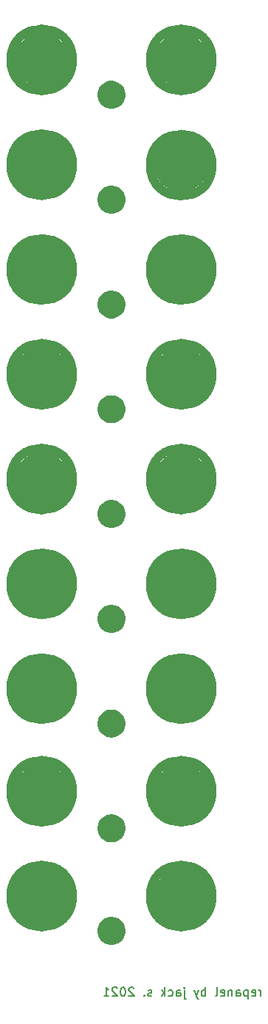
<source format=gbr>
G04 #@! TF.GenerationSoftware,KiCad,Pcbnew,(5.1.5-0)*
G04 #@! TF.CreationDate,2021-01-08T11:54:28-08:00*
G04 #@! TF.ProjectId,dividebyn,64697669-6465-4627-996e-2e6b69636164,rev?*
G04 #@! TF.SameCoordinates,Original*
G04 #@! TF.FileFunction,Soldermask,Bot*
G04 #@! TF.FilePolarity,Negative*
%FSLAX46Y46*%
G04 Gerber Fmt 4.6, Leading zero omitted, Abs format (unit mm)*
G04 Created by KiCad (PCBNEW (5.1.5-0)) date 2021-01-08 11:54:28*
%MOMM*%
%LPD*%
G04 APERTURE LIST*
%ADD10C,0.150000*%
%ADD11C,1.000000*%
%ADD12C,0.100000*%
G04 APERTURE END LIST*
D10*
X37426190Y-220952380D02*
X37426190Y-220285714D01*
X37426190Y-220476190D02*
X37378571Y-220380952D01*
X37330952Y-220333333D01*
X37235714Y-220285714D01*
X37140476Y-220285714D01*
X36426190Y-220904761D02*
X36521428Y-220952380D01*
X36711904Y-220952380D01*
X36807142Y-220904761D01*
X36854761Y-220809523D01*
X36854761Y-220428571D01*
X36807142Y-220333333D01*
X36711904Y-220285714D01*
X36521428Y-220285714D01*
X36426190Y-220333333D01*
X36378571Y-220428571D01*
X36378571Y-220523809D01*
X36854761Y-220619047D01*
X35950000Y-220285714D02*
X35950000Y-221285714D01*
X35950000Y-220333333D02*
X35854761Y-220285714D01*
X35664285Y-220285714D01*
X35569047Y-220333333D01*
X35521428Y-220380952D01*
X35473809Y-220476190D01*
X35473809Y-220761904D01*
X35521428Y-220857142D01*
X35569047Y-220904761D01*
X35664285Y-220952380D01*
X35854761Y-220952380D01*
X35950000Y-220904761D01*
X34616666Y-220952380D02*
X34616666Y-220428571D01*
X34664285Y-220333333D01*
X34759523Y-220285714D01*
X34950000Y-220285714D01*
X35045238Y-220333333D01*
X34616666Y-220904761D02*
X34711904Y-220952380D01*
X34950000Y-220952380D01*
X35045238Y-220904761D01*
X35092857Y-220809523D01*
X35092857Y-220714285D01*
X35045238Y-220619047D01*
X34950000Y-220571428D01*
X34711904Y-220571428D01*
X34616666Y-220523809D01*
X34140476Y-220285714D02*
X34140476Y-220952380D01*
X34140476Y-220380952D02*
X34092857Y-220333333D01*
X33997619Y-220285714D01*
X33854761Y-220285714D01*
X33759523Y-220333333D01*
X33711904Y-220428571D01*
X33711904Y-220952380D01*
X32854761Y-220904761D02*
X32949999Y-220952380D01*
X33140476Y-220952380D01*
X33235714Y-220904761D01*
X33283333Y-220809523D01*
X33283333Y-220428571D01*
X33235714Y-220333333D01*
X33140476Y-220285714D01*
X32949999Y-220285714D01*
X32854761Y-220333333D01*
X32807142Y-220428571D01*
X32807142Y-220523809D01*
X33283333Y-220619047D01*
X32235714Y-220952380D02*
X32330952Y-220904761D01*
X32378571Y-220809523D01*
X32378571Y-219952380D01*
X31092857Y-220952380D02*
X31092857Y-219952380D01*
X31092857Y-220333333D02*
X30997619Y-220285714D01*
X30807142Y-220285714D01*
X30711904Y-220333333D01*
X30664285Y-220380952D01*
X30616666Y-220476190D01*
X30616666Y-220761904D01*
X30664285Y-220857142D01*
X30711904Y-220904761D01*
X30807142Y-220952380D01*
X30997619Y-220952380D01*
X31092857Y-220904761D01*
X30283333Y-220285714D02*
X30045238Y-220952380D01*
X29807142Y-220285714D02*
X30045238Y-220952380D01*
X30140476Y-221190476D01*
X30188095Y-221238095D01*
X30283333Y-221285714D01*
X28664285Y-220285714D02*
X28664285Y-221142857D01*
X28711904Y-221238095D01*
X28807142Y-221285714D01*
X28854761Y-221285714D01*
X28664285Y-219952380D02*
X28711904Y-220000000D01*
X28664285Y-220047619D01*
X28616666Y-220000000D01*
X28664285Y-219952380D01*
X28664285Y-220047619D01*
X27759523Y-220952380D02*
X27759523Y-220428571D01*
X27807142Y-220333333D01*
X27902380Y-220285714D01*
X28092857Y-220285714D01*
X28188095Y-220333333D01*
X27759523Y-220904761D02*
X27854761Y-220952380D01*
X28092857Y-220952380D01*
X28188095Y-220904761D01*
X28235714Y-220809523D01*
X28235714Y-220714285D01*
X28188095Y-220619047D01*
X28092857Y-220571428D01*
X27854761Y-220571428D01*
X27759523Y-220523809D01*
X26854761Y-220904761D02*
X26950000Y-220952380D01*
X27140476Y-220952380D01*
X27235714Y-220904761D01*
X27283333Y-220857142D01*
X27330952Y-220761904D01*
X27330952Y-220476190D01*
X27283333Y-220380952D01*
X27235714Y-220333333D01*
X27140476Y-220285714D01*
X26950000Y-220285714D01*
X26854761Y-220333333D01*
X26426190Y-220952380D02*
X26426190Y-219952380D01*
X26330952Y-220571428D02*
X26045238Y-220952380D01*
X26045238Y-220285714D02*
X26426190Y-220666666D01*
X24902380Y-220904761D02*
X24807142Y-220952380D01*
X24616666Y-220952380D01*
X24521428Y-220904761D01*
X24473809Y-220809523D01*
X24473809Y-220761904D01*
X24521428Y-220666666D01*
X24616666Y-220619047D01*
X24759523Y-220619047D01*
X24854761Y-220571428D01*
X24902380Y-220476190D01*
X24902380Y-220428571D01*
X24854761Y-220333333D01*
X24759523Y-220285714D01*
X24616666Y-220285714D01*
X24521428Y-220333333D01*
X24045238Y-220857142D02*
X23997619Y-220904761D01*
X24045238Y-220952380D01*
X24092857Y-220904761D01*
X24045238Y-220857142D01*
X24045238Y-220952380D01*
X22854761Y-220047619D02*
X22807142Y-220000000D01*
X22711904Y-219952380D01*
X22473809Y-219952380D01*
X22378571Y-220000000D01*
X22330952Y-220047619D01*
X22283333Y-220142857D01*
X22283333Y-220238095D01*
X22330952Y-220380952D01*
X22902380Y-220952380D01*
X22283333Y-220952380D01*
X21664285Y-219952380D02*
X21569047Y-219952380D01*
X21473809Y-220000000D01*
X21426190Y-220047619D01*
X21378571Y-220142857D01*
X21330952Y-220333333D01*
X21330952Y-220571428D01*
X21378571Y-220761904D01*
X21426190Y-220857142D01*
X21473809Y-220904761D01*
X21569047Y-220952380D01*
X21664285Y-220952380D01*
X21759523Y-220904761D01*
X21807142Y-220857142D01*
X21854761Y-220761904D01*
X21902380Y-220571428D01*
X21902380Y-220333333D01*
X21854761Y-220142857D01*
X21807142Y-220047619D01*
X21759523Y-220000000D01*
X21664285Y-219952380D01*
X20950000Y-220047619D02*
X20902380Y-220000000D01*
X20807142Y-219952380D01*
X20569047Y-219952380D01*
X20473809Y-220000000D01*
X20426190Y-220047619D01*
X20378571Y-220142857D01*
X20378571Y-220238095D01*
X20426190Y-220380952D01*
X20997619Y-220952380D01*
X20378571Y-220952380D01*
X19426190Y-220952380D02*
X19997619Y-220952380D01*
X19711904Y-220952380D02*
X19711904Y-219952380D01*
X19807142Y-220095238D01*
X19902380Y-220190476D01*
X19997619Y-220238095D01*
D11*
X15850000Y-209500000D02*
G75*
G03X15850000Y-209500000I-3550000J0D01*
G01*
X31850000Y-209500000D02*
G75*
G03X31850000Y-209500000I-3550000J0D01*
G01*
X15850000Y-197500000D02*
G75*
G03X15850000Y-197500000I-3550000J0D01*
G01*
X31850000Y-197500000D02*
G75*
G03X31850000Y-197500000I-3550000J0D01*
G01*
X31850000Y-185750000D02*
G75*
G03X31850000Y-185750000I-3550000J0D01*
G01*
X15850000Y-185750000D02*
G75*
G03X15850000Y-185750000I-3550000J0D01*
G01*
X31850000Y-173750000D02*
G75*
G03X31850000Y-173750000I-3550000J0D01*
G01*
X15850000Y-173750000D02*
G75*
G03X15850000Y-173750000I-3550000J0D01*
G01*
X15850000Y-161750000D02*
G75*
G03X15850000Y-161750000I-3550000J0D01*
G01*
X31850000Y-161750000D02*
G75*
G03X31850000Y-161750000I-3550000J0D01*
G01*
X31850000Y-149750000D02*
G75*
G03X31850000Y-149750000I-3550000J0D01*
G01*
X15850000Y-149750000D02*
G75*
G03X15850000Y-149750000I-3550000J0D01*
G01*
X15850000Y-137750000D02*
G75*
G03X15850000Y-137750000I-3550000J0D01*
G01*
X31850000Y-125800000D02*
G75*
G03X31850000Y-125800000I-3550000J0D01*
G01*
X15850000Y-125750000D02*
G75*
G03X15850000Y-125750000I-3550000J0D01*
G01*
X31850000Y-113750000D02*
G75*
G03X31850000Y-113750000I-3550000J0D01*
G01*
X31850000Y-137750000D02*
G75*
G03X31850000Y-137750000I-3550000J0D01*
G01*
X15850000Y-113750000D02*
G75*
G03X15850000Y-113750000I-3550000J0D01*
G01*
D12*
G36*
X20496217Y-211906665D02*
G01*
X20766995Y-211960525D01*
X21058358Y-212081212D01*
X21320578Y-212256422D01*
X21543578Y-212479422D01*
X21718788Y-212741642D01*
X21839475Y-213033005D01*
X21901000Y-213342315D01*
X21901000Y-213657685D01*
X21839475Y-213966995D01*
X21718788Y-214258358D01*
X21543578Y-214520578D01*
X21320578Y-214743578D01*
X21058358Y-214918788D01*
X20766995Y-215039475D01*
X20496217Y-215093335D01*
X20457686Y-215101000D01*
X20142314Y-215101000D01*
X20103783Y-215093335D01*
X19833005Y-215039475D01*
X19541642Y-214918788D01*
X19279422Y-214743578D01*
X19056422Y-214520578D01*
X18881212Y-214258358D01*
X18760525Y-213966995D01*
X18699000Y-213657685D01*
X18699000Y-213342315D01*
X18760525Y-213033005D01*
X18881212Y-212741642D01*
X19056422Y-212479422D01*
X19279422Y-212256422D01*
X19541642Y-212081212D01*
X19833005Y-211960525D01*
X20103783Y-211906665D01*
X20142314Y-211899000D01*
X20457686Y-211899000D01*
X20496217Y-211906665D01*
G37*
G36*
X12904975Y-206458585D02*
G01*
X13204528Y-206518170D01*
X13768874Y-206751930D01*
X14276772Y-207091296D01*
X14708704Y-207523228D01*
X15048070Y-208031126D01*
X15281830Y-208595472D01*
X15401000Y-209194578D01*
X15401000Y-209805422D01*
X15281830Y-210404528D01*
X15048070Y-210968874D01*
X14708704Y-211476772D01*
X14276772Y-211908704D01*
X13768874Y-212248070D01*
X13204528Y-212481830D01*
X12904975Y-212541415D01*
X12605423Y-212601000D01*
X11994577Y-212601000D01*
X11695025Y-212541415D01*
X11395472Y-212481830D01*
X10831126Y-212248070D01*
X10323228Y-211908704D01*
X9891296Y-211476772D01*
X9551930Y-210968874D01*
X9318170Y-210404528D01*
X9199000Y-209805422D01*
X9199000Y-209194578D01*
X9318170Y-208595472D01*
X9551930Y-208031126D01*
X9891296Y-207523228D01*
X10323228Y-207091296D01*
X10831126Y-206751930D01*
X11395472Y-206518170D01*
X11695025Y-206458585D01*
X11994577Y-206399000D01*
X12605423Y-206399000D01*
X12904975Y-206458585D01*
G37*
G36*
X28904975Y-206458585D02*
G01*
X29204528Y-206518170D01*
X29768874Y-206751930D01*
X30276772Y-207091296D01*
X30708704Y-207523228D01*
X31048070Y-208031126D01*
X31281830Y-208595472D01*
X31401000Y-209194578D01*
X31401000Y-209805422D01*
X31281830Y-210404528D01*
X31048070Y-210968874D01*
X30708704Y-211476772D01*
X30276772Y-211908704D01*
X29768874Y-212248070D01*
X29204528Y-212481830D01*
X28904975Y-212541415D01*
X28605423Y-212601000D01*
X27994577Y-212601000D01*
X27695025Y-212541415D01*
X27395472Y-212481830D01*
X26831126Y-212248070D01*
X26323228Y-211908704D01*
X25891296Y-211476772D01*
X25551930Y-210968874D01*
X25318170Y-210404528D01*
X25199000Y-209805422D01*
X25199000Y-209194578D01*
X25318170Y-208595472D01*
X25551930Y-208031126D01*
X25891296Y-207523228D01*
X26323228Y-207091296D01*
X26831126Y-206751930D01*
X27395472Y-206518170D01*
X27695025Y-206458585D01*
X27994577Y-206399000D01*
X28605423Y-206399000D01*
X28904975Y-206458585D01*
G37*
G36*
X20496217Y-200156665D02*
G01*
X20766995Y-200210525D01*
X21058358Y-200331212D01*
X21320578Y-200506422D01*
X21543578Y-200729422D01*
X21718788Y-200991642D01*
X21839475Y-201283005D01*
X21901000Y-201592315D01*
X21901000Y-201907685D01*
X21839475Y-202216995D01*
X21718788Y-202508358D01*
X21543578Y-202770578D01*
X21320578Y-202993578D01*
X21058358Y-203168788D01*
X20766995Y-203289475D01*
X20496217Y-203343335D01*
X20457686Y-203351000D01*
X20142314Y-203351000D01*
X20103783Y-203343335D01*
X19833005Y-203289475D01*
X19541642Y-203168788D01*
X19279422Y-202993578D01*
X19056422Y-202770578D01*
X18881212Y-202508358D01*
X18760525Y-202216995D01*
X18699000Y-201907685D01*
X18699000Y-201592315D01*
X18760525Y-201283005D01*
X18881212Y-200991642D01*
X19056422Y-200729422D01*
X19279422Y-200506422D01*
X19541642Y-200331212D01*
X19833005Y-200210525D01*
X20103783Y-200156665D01*
X20142314Y-200149000D01*
X20457686Y-200149000D01*
X20496217Y-200156665D01*
G37*
G36*
X28904975Y-194458585D02*
G01*
X29204528Y-194518170D01*
X29768874Y-194751930D01*
X30276772Y-195091296D01*
X30708704Y-195523228D01*
X31048070Y-196031126D01*
X31281830Y-196595472D01*
X31401000Y-197194578D01*
X31401000Y-197805422D01*
X31281830Y-198404528D01*
X31048070Y-198968874D01*
X30708704Y-199476772D01*
X30276772Y-199908704D01*
X29768874Y-200248070D01*
X29204528Y-200481830D01*
X29080896Y-200506422D01*
X28605423Y-200601000D01*
X27994577Y-200601000D01*
X27519104Y-200506422D01*
X27395472Y-200481830D01*
X26831126Y-200248070D01*
X26323228Y-199908704D01*
X25891296Y-199476772D01*
X25551930Y-198968874D01*
X25318170Y-198404528D01*
X25199000Y-197805422D01*
X25199000Y-197194578D01*
X25318170Y-196595472D01*
X25551930Y-196031126D01*
X25891296Y-195523228D01*
X26323228Y-195091296D01*
X26831126Y-194751930D01*
X27395472Y-194518170D01*
X27695025Y-194458585D01*
X27994577Y-194399000D01*
X28605423Y-194399000D01*
X28904975Y-194458585D01*
G37*
G36*
X12904975Y-194458585D02*
G01*
X13204528Y-194518170D01*
X13768874Y-194751930D01*
X14276772Y-195091296D01*
X14708704Y-195523228D01*
X15048070Y-196031126D01*
X15281830Y-196595472D01*
X15401000Y-197194578D01*
X15401000Y-197805422D01*
X15281830Y-198404528D01*
X15048070Y-198968874D01*
X14708704Y-199476772D01*
X14276772Y-199908704D01*
X13768874Y-200248070D01*
X13204528Y-200481830D01*
X13080896Y-200506422D01*
X12605423Y-200601000D01*
X11994577Y-200601000D01*
X11519104Y-200506422D01*
X11395472Y-200481830D01*
X10831126Y-200248070D01*
X10323228Y-199908704D01*
X9891296Y-199476772D01*
X9551930Y-198968874D01*
X9318170Y-198404528D01*
X9199000Y-197805422D01*
X9199000Y-197194578D01*
X9318170Y-196595472D01*
X9551930Y-196031126D01*
X9891296Y-195523228D01*
X10323228Y-195091296D01*
X10831126Y-194751930D01*
X11395472Y-194518170D01*
X11695025Y-194458585D01*
X11994577Y-194399000D01*
X12605423Y-194399000D01*
X12904975Y-194458585D01*
G37*
G36*
X20496217Y-188156665D02*
G01*
X20766995Y-188210525D01*
X21058358Y-188331212D01*
X21320578Y-188506422D01*
X21543578Y-188729422D01*
X21718788Y-188991642D01*
X21839475Y-189283005D01*
X21901000Y-189592315D01*
X21901000Y-189907685D01*
X21839475Y-190216995D01*
X21718788Y-190508358D01*
X21543578Y-190770578D01*
X21320578Y-190993578D01*
X21058358Y-191168788D01*
X20766995Y-191289475D01*
X20496217Y-191343335D01*
X20457686Y-191351000D01*
X20142314Y-191351000D01*
X20103783Y-191343335D01*
X19833005Y-191289475D01*
X19541642Y-191168788D01*
X19279422Y-190993578D01*
X19056422Y-190770578D01*
X18881212Y-190508358D01*
X18760525Y-190216995D01*
X18699000Y-189907685D01*
X18699000Y-189592315D01*
X18760525Y-189283005D01*
X18881212Y-188991642D01*
X19056422Y-188729422D01*
X19279422Y-188506422D01*
X19541642Y-188331212D01*
X19833005Y-188210525D01*
X20103783Y-188156665D01*
X20142314Y-188149000D01*
X20457686Y-188149000D01*
X20496217Y-188156665D01*
G37*
G36*
X28904975Y-182708585D02*
G01*
X29204528Y-182768170D01*
X29768874Y-183001930D01*
X30276772Y-183341296D01*
X30708704Y-183773228D01*
X31048070Y-184281126D01*
X31281830Y-184845472D01*
X31401000Y-185444578D01*
X31401000Y-186055422D01*
X31281830Y-186654528D01*
X31048070Y-187218874D01*
X30708704Y-187726772D01*
X30276772Y-188158704D01*
X29768874Y-188498070D01*
X29204528Y-188731830D01*
X28904975Y-188791415D01*
X28605423Y-188851000D01*
X27994577Y-188851000D01*
X27695025Y-188791415D01*
X27395472Y-188731830D01*
X26831126Y-188498070D01*
X26323228Y-188158704D01*
X25891296Y-187726772D01*
X25551930Y-187218874D01*
X25318170Y-186654528D01*
X25199000Y-186055422D01*
X25199000Y-185444578D01*
X25318170Y-184845472D01*
X25551930Y-184281126D01*
X25891296Y-183773228D01*
X26323228Y-183341296D01*
X26831126Y-183001930D01*
X27395472Y-182768170D01*
X27695025Y-182708585D01*
X27994577Y-182649000D01*
X28605423Y-182649000D01*
X28904975Y-182708585D01*
G37*
G36*
X12904975Y-182708585D02*
G01*
X13204528Y-182768170D01*
X13768874Y-183001930D01*
X14276772Y-183341296D01*
X14708704Y-183773228D01*
X15048070Y-184281126D01*
X15281830Y-184845472D01*
X15401000Y-185444578D01*
X15401000Y-186055422D01*
X15281830Y-186654528D01*
X15048070Y-187218874D01*
X14708704Y-187726772D01*
X14276772Y-188158704D01*
X13768874Y-188498070D01*
X13204528Y-188731830D01*
X12904975Y-188791415D01*
X12605423Y-188851000D01*
X11994577Y-188851000D01*
X11695025Y-188791415D01*
X11395472Y-188731830D01*
X10831126Y-188498070D01*
X10323228Y-188158704D01*
X9891296Y-187726772D01*
X9551930Y-187218874D01*
X9318170Y-186654528D01*
X9199000Y-186055422D01*
X9199000Y-185444578D01*
X9318170Y-184845472D01*
X9551930Y-184281126D01*
X9891296Y-183773228D01*
X10323228Y-183341296D01*
X10831126Y-183001930D01*
X11395472Y-182768170D01*
X11695025Y-182708585D01*
X11994577Y-182649000D01*
X12605423Y-182649000D01*
X12904975Y-182708585D01*
G37*
G36*
X20496217Y-176156665D02*
G01*
X20766995Y-176210525D01*
X21058358Y-176331212D01*
X21320578Y-176506422D01*
X21543578Y-176729422D01*
X21718788Y-176991642D01*
X21839475Y-177283005D01*
X21901000Y-177592315D01*
X21901000Y-177907685D01*
X21839475Y-178216995D01*
X21718788Y-178508358D01*
X21543578Y-178770578D01*
X21320578Y-178993578D01*
X21058358Y-179168788D01*
X20766995Y-179289475D01*
X20496217Y-179343335D01*
X20457686Y-179351000D01*
X20142314Y-179351000D01*
X20103783Y-179343335D01*
X19833005Y-179289475D01*
X19541642Y-179168788D01*
X19279422Y-178993578D01*
X19056422Y-178770578D01*
X18881212Y-178508358D01*
X18760525Y-178216995D01*
X18699000Y-177907685D01*
X18699000Y-177592315D01*
X18760525Y-177283005D01*
X18881212Y-176991642D01*
X19056422Y-176729422D01*
X19279422Y-176506422D01*
X19541642Y-176331212D01*
X19833005Y-176210525D01*
X20103783Y-176156665D01*
X20142314Y-176149000D01*
X20457686Y-176149000D01*
X20496217Y-176156665D01*
G37*
G36*
X28904975Y-170708585D02*
G01*
X29204528Y-170768170D01*
X29768874Y-171001930D01*
X30276772Y-171341296D01*
X30708704Y-171773228D01*
X31048070Y-172281126D01*
X31281830Y-172845472D01*
X31401000Y-173444578D01*
X31401000Y-174055422D01*
X31281830Y-174654528D01*
X31048070Y-175218874D01*
X30708704Y-175726772D01*
X30276772Y-176158704D01*
X29768874Y-176498070D01*
X29204528Y-176731830D01*
X28904975Y-176791415D01*
X28605423Y-176851000D01*
X27994577Y-176851000D01*
X27695025Y-176791415D01*
X27395472Y-176731830D01*
X26831126Y-176498070D01*
X26323228Y-176158704D01*
X25891296Y-175726772D01*
X25551930Y-175218874D01*
X25318170Y-174654528D01*
X25199000Y-174055422D01*
X25199000Y-173444578D01*
X25318170Y-172845472D01*
X25551930Y-172281126D01*
X25891296Y-171773228D01*
X26323228Y-171341296D01*
X26831126Y-171001930D01*
X27395472Y-170768170D01*
X27695025Y-170708585D01*
X27994577Y-170649000D01*
X28605423Y-170649000D01*
X28904975Y-170708585D01*
G37*
G36*
X12904975Y-170708585D02*
G01*
X13204528Y-170768170D01*
X13768874Y-171001930D01*
X14276772Y-171341296D01*
X14708704Y-171773228D01*
X15048070Y-172281126D01*
X15281830Y-172845472D01*
X15401000Y-173444578D01*
X15401000Y-174055422D01*
X15281830Y-174654528D01*
X15048070Y-175218874D01*
X14708704Y-175726772D01*
X14276772Y-176158704D01*
X13768874Y-176498070D01*
X13204528Y-176731830D01*
X12904975Y-176791415D01*
X12605423Y-176851000D01*
X11994577Y-176851000D01*
X11695025Y-176791415D01*
X11395472Y-176731830D01*
X10831126Y-176498070D01*
X10323228Y-176158704D01*
X9891296Y-175726772D01*
X9551930Y-175218874D01*
X9318170Y-174654528D01*
X9199000Y-174055422D01*
X9199000Y-173444578D01*
X9318170Y-172845472D01*
X9551930Y-172281126D01*
X9891296Y-171773228D01*
X10323228Y-171341296D01*
X10831126Y-171001930D01*
X11395472Y-170768170D01*
X11695025Y-170708585D01*
X11994577Y-170649000D01*
X12605423Y-170649000D01*
X12904975Y-170708585D01*
G37*
G36*
X20496217Y-164156665D02*
G01*
X20766995Y-164210525D01*
X21058358Y-164331212D01*
X21320578Y-164506422D01*
X21543578Y-164729422D01*
X21718788Y-164991642D01*
X21839475Y-165283005D01*
X21901000Y-165592315D01*
X21901000Y-165907685D01*
X21839475Y-166216995D01*
X21718788Y-166508358D01*
X21543578Y-166770578D01*
X21320578Y-166993578D01*
X21058358Y-167168788D01*
X20766995Y-167289475D01*
X20496217Y-167343335D01*
X20457686Y-167351000D01*
X20142314Y-167351000D01*
X20103783Y-167343335D01*
X19833005Y-167289475D01*
X19541642Y-167168788D01*
X19279422Y-166993578D01*
X19056422Y-166770578D01*
X18881212Y-166508358D01*
X18760525Y-166216995D01*
X18699000Y-165907685D01*
X18699000Y-165592315D01*
X18760525Y-165283005D01*
X18881212Y-164991642D01*
X19056422Y-164729422D01*
X19279422Y-164506422D01*
X19541642Y-164331212D01*
X19833005Y-164210525D01*
X20103783Y-164156665D01*
X20142314Y-164149000D01*
X20457686Y-164149000D01*
X20496217Y-164156665D01*
G37*
G36*
X12904975Y-158708585D02*
G01*
X13204528Y-158768170D01*
X13768874Y-159001930D01*
X14276772Y-159341296D01*
X14708704Y-159773228D01*
X15048070Y-160281126D01*
X15281830Y-160845472D01*
X15401000Y-161444578D01*
X15401000Y-162055422D01*
X15281830Y-162654528D01*
X15048070Y-163218874D01*
X14708704Y-163726772D01*
X14276772Y-164158704D01*
X13768874Y-164498070D01*
X13204528Y-164731830D01*
X12904975Y-164791415D01*
X12605423Y-164851000D01*
X11994577Y-164851000D01*
X11695025Y-164791415D01*
X11395472Y-164731830D01*
X10831126Y-164498070D01*
X10323228Y-164158704D01*
X9891296Y-163726772D01*
X9551930Y-163218874D01*
X9318170Y-162654528D01*
X9199000Y-162055422D01*
X9199000Y-161444578D01*
X9318170Y-160845472D01*
X9551930Y-160281126D01*
X9891296Y-159773228D01*
X10323228Y-159341296D01*
X10831126Y-159001930D01*
X11395472Y-158768170D01*
X11695025Y-158708585D01*
X11994577Y-158649000D01*
X12605423Y-158649000D01*
X12904975Y-158708585D01*
G37*
G36*
X28904975Y-158708585D02*
G01*
X29204528Y-158768170D01*
X29768874Y-159001930D01*
X30276772Y-159341296D01*
X30708704Y-159773228D01*
X31048070Y-160281126D01*
X31281830Y-160845472D01*
X31401000Y-161444578D01*
X31401000Y-162055422D01*
X31281830Y-162654528D01*
X31048070Y-163218874D01*
X30708704Y-163726772D01*
X30276772Y-164158704D01*
X29768874Y-164498070D01*
X29204528Y-164731830D01*
X28904975Y-164791415D01*
X28605423Y-164851000D01*
X27994577Y-164851000D01*
X27695025Y-164791415D01*
X27395472Y-164731830D01*
X26831126Y-164498070D01*
X26323228Y-164158704D01*
X25891296Y-163726772D01*
X25551930Y-163218874D01*
X25318170Y-162654528D01*
X25199000Y-162055422D01*
X25199000Y-161444578D01*
X25318170Y-160845472D01*
X25551930Y-160281126D01*
X25891296Y-159773228D01*
X26323228Y-159341296D01*
X26831126Y-159001930D01*
X27395472Y-158768170D01*
X27695025Y-158708585D01*
X27994577Y-158649000D01*
X28605423Y-158649000D01*
X28904975Y-158708585D01*
G37*
G36*
X20496217Y-152156665D02*
G01*
X20766995Y-152210525D01*
X21058358Y-152331212D01*
X21320578Y-152506422D01*
X21543578Y-152729422D01*
X21718788Y-152991642D01*
X21839475Y-153283005D01*
X21901000Y-153592315D01*
X21901000Y-153907685D01*
X21839475Y-154216995D01*
X21718788Y-154508358D01*
X21543578Y-154770578D01*
X21320578Y-154993578D01*
X21058358Y-155168788D01*
X20766995Y-155289475D01*
X20496217Y-155343335D01*
X20457686Y-155351000D01*
X20142314Y-155351000D01*
X20103783Y-155343335D01*
X19833005Y-155289475D01*
X19541642Y-155168788D01*
X19279422Y-154993578D01*
X19056422Y-154770578D01*
X18881212Y-154508358D01*
X18760525Y-154216995D01*
X18699000Y-153907685D01*
X18699000Y-153592315D01*
X18760525Y-153283005D01*
X18881212Y-152991642D01*
X19056422Y-152729422D01*
X19279422Y-152506422D01*
X19541642Y-152331212D01*
X19833005Y-152210525D01*
X20103783Y-152156665D01*
X20142314Y-152149000D01*
X20457686Y-152149000D01*
X20496217Y-152156665D01*
G37*
G36*
X12904975Y-146708585D02*
G01*
X13204528Y-146768170D01*
X13768874Y-147001930D01*
X14276772Y-147341296D01*
X14708704Y-147773228D01*
X15048070Y-148281126D01*
X15281830Y-148845472D01*
X15401000Y-149444578D01*
X15401000Y-150055422D01*
X15281830Y-150654528D01*
X15048070Y-151218874D01*
X14708704Y-151726772D01*
X14276772Y-152158704D01*
X13768874Y-152498070D01*
X13204528Y-152731830D01*
X12904975Y-152791415D01*
X12605423Y-152851000D01*
X11994577Y-152851000D01*
X11695025Y-152791415D01*
X11395472Y-152731830D01*
X10831126Y-152498070D01*
X10323228Y-152158704D01*
X9891296Y-151726772D01*
X9551930Y-151218874D01*
X9318170Y-150654528D01*
X9199000Y-150055422D01*
X9199000Y-149444578D01*
X9318170Y-148845472D01*
X9551930Y-148281126D01*
X9891296Y-147773228D01*
X10323228Y-147341296D01*
X10831126Y-147001930D01*
X11395472Y-146768170D01*
X11695025Y-146708585D01*
X11994577Y-146649000D01*
X12605423Y-146649000D01*
X12904975Y-146708585D01*
G37*
G36*
X28904975Y-146708585D02*
G01*
X29204528Y-146768170D01*
X29768874Y-147001930D01*
X30276772Y-147341296D01*
X30708704Y-147773228D01*
X31048070Y-148281126D01*
X31281830Y-148845472D01*
X31401000Y-149444578D01*
X31401000Y-150055422D01*
X31281830Y-150654528D01*
X31048070Y-151218874D01*
X30708704Y-151726772D01*
X30276772Y-152158704D01*
X29768874Y-152498070D01*
X29204528Y-152731830D01*
X28904975Y-152791415D01*
X28605423Y-152851000D01*
X27994577Y-152851000D01*
X27695025Y-152791415D01*
X27395472Y-152731830D01*
X26831126Y-152498070D01*
X26323228Y-152158704D01*
X25891296Y-151726772D01*
X25551930Y-151218874D01*
X25318170Y-150654528D01*
X25199000Y-150055422D01*
X25199000Y-149444578D01*
X25318170Y-148845472D01*
X25551930Y-148281126D01*
X25891296Y-147773228D01*
X26323228Y-147341296D01*
X26831126Y-147001930D01*
X27395472Y-146768170D01*
X27695025Y-146708585D01*
X27994577Y-146649000D01*
X28605423Y-146649000D01*
X28904975Y-146708585D01*
G37*
G36*
X20496217Y-140156665D02*
G01*
X20766995Y-140210525D01*
X21058358Y-140331212D01*
X21320578Y-140506422D01*
X21543578Y-140729422D01*
X21718788Y-140991642D01*
X21839475Y-141283005D01*
X21901000Y-141592315D01*
X21901000Y-141907685D01*
X21839475Y-142216995D01*
X21718788Y-142508358D01*
X21543578Y-142770578D01*
X21320578Y-142993578D01*
X21058358Y-143168788D01*
X20766995Y-143289475D01*
X20496217Y-143343335D01*
X20457686Y-143351000D01*
X20142314Y-143351000D01*
X20103783Y-143343335D01*
X19833005Y-143289475D01*
X19541642Y-143168788D01*
X19279422Y-142993578D01*
X19056422Y-142770578D01*
X18881212Y-142508358D01*
X18760525Y-142216995D01*
X18699000Y-141907685D01*
X18699000Y-141592315D01*
X18760525Y-141283005D01*
X18881212Y-140991642D01*
X19056422Y-140729422D01*
X19279422Y-140506422D01*
X19541642Y-140331212D01*
X19833005Y-140210525D01*
X20103783Y-140156665D01*
X20142314Y-140149000D01*
X20457686Y-140149000D01*
X20496217Y-140156665D01*
G37*
G36*
X28904975Y-134708585D02*
G01*
X29204528Y-134768170D01*
X29768874Y-135001930D01*
X30276772Y-135341296D01*
X30708704Y-135773228D01*
X31048070Y-136281126D01*
X31281830Y-136845472D01*
X31401000Y-137444578D01*
X31401000Y-138055422D01*
X31281830Y-138654528D01*
X31048070Y-139218874D01*
X30708704Y-139726772D01*
X30276772Y-140158704D01*
X29768874Y-140498070D01*
X29204528Y-140731830D01*
X28904975Y-140791415D01*
X28605423Y-140851000D01*
X27994577Y-140851000D01*
X27695025Y-140791415D01*
X27395472Y-140731830D01*
X26831126Y-140498070D01*
X26323228Y-140158704D01*
X25891296Y-139726772D01*
X25551930Y-139218874D01*
X25318170Y-138654528D01*
X25199000Y-138055422D01*
X25199000Y-137444578D01*
X25318170Y-136845472D01*
X25551930Y-136281126D01*
X25891296Y-135773228D01*
X26323228Y-135341296D01*
X26831126Y-135001930D01*
X27395472Y-134768170D01*
X27695025Y-134708585D01*
X27994577Y-134649000D01*
X28605423Y-134649000D01*
X28904975Y-134708585D01*
G37*
G36*
X12904975Y-134708585D02*
G01*
X13204528Y-134768170D01*
X13768874Y-135001930D01*
X14276772Y-135341296D01*
X14708704Y-135773228D01*
X15048070Y-136281126D01*
X15281830Y-136845472D01*
X15401000Y-137444578D01*
X15401000Y-138055422D01*
X15281830Y-138654528D01*
X15048070Y-139218874D01*
X14708704Y-139726772D01*
X14276772Y-140158704D01*
X13768874Y-140498070D01*
X13204528Y-140731830D01*
X12904975Y-140791415D01*
X12605423Y-140851000D01*
X11994577Y-140851000D01*
X11695025Y-140791415D01*
X11395472Y-140731830D01*
X10831126Y-140498070D01*
X10323228Y-140158704D01*
X9891296Y-139726772D01*
X9551930Y-139218874D01*
X9318170Y-138654528D01*
X9199000Y-138055422D01*
X9199000Y-137444578D01*
X9318170Y-136845472D01*
X9551930Y-136281126D01*
X9891296Y-135773228D01*
X10323228Y-135341296D01*
X10831126Y-135001930D01*
X11395472Y-134768170D01*
X11695025Y-134708585D01*
X11994577Y-134649000D01*
X12605423Y-134649000D01*
X12904975Y-134708585D01*
G37*
G36*
X20496217Y-128156665D02*
G01*
X20766995Y-128210525D01*
X21058358Y-128331212D01*
X21320578Y-128506422D01*
X21543578Y-128729422D01*
X21718788Y-128991642D01*
X21839475Y-129283005D01*
X21901000Y-129592315D01*
X21901000Y-129907685D01*
X21839475Y-130216995D01*
X21718788Y-130508358D01*
X21543578Y-130770578D01*
X21320578Y-130993578D01*
X21058358Y-131168788D01*
X20766995Y-131289475D01*
X20496217Y-131343335D01*
X20457686Y-131351000D01*
X20142314Y-131351000D01*
X20103783Y-131343335D01*
X19833005Y-131289475D01*
X19541642Y-131168788D01*
X19279422Y-130993578D01*
X19056422Y-130770578D01*
X18881212Y-130508358D01*
X18760525Y-130216995D01*
X18699000Y-129907685D01*
X18699000Y-129592315D01*
X18760525Y-129283005D01*
X18881212Y-128991642D01*
X19056422Y-128729422D01*
X19279422Y-128506422D01*
X19541642Y-128331212D01*
X19833005Y-128210525D01*
X20103783Y-128156665D01*
X20142314Y-128149000D01*
X20457686Y-128149000D01*
X20496217Y-128156665D01*
G37*
G36*
X28904975Y-122708585D02*
G01*
X29204528Y-122768170D01*
X29768874Y-123001930D01*
X30276772Y-123341296D01*
X30708704Y-123773228D01*
X31048070Y-124281126D01*
X31281830Y-124845472D01*
X31401000Y-125444578D01*
X31401000Y-126055422D01*
X31281830Y-126654528D01*
X31048070Y-127218874D01*
X30708704Y-127726772D01*
X30276772Y-128158704D01*
X29768874Y-128498070D01*
X29204528Y-128731830D01*
X28904975Y-128791415D01*
X28605423Y-128851000D01*
X27994577Y-128851000D01*
X27695025Y-128791415D01*
X27395472Y-128731830D01*
X26831126Y-128498070D01*
X26323228Y-128158704D01*
X25891296Y-127726772D01*
X25551930Y-127218874D01*
X25318170Y-126654528D01*
X25199000Y-126055422D01*
X25199000Y-125444578D01*
X25318170Y-124845472D01*
X25551930Y-124281126D01*
X25891296Y-123773228D01*
X26323228Y-123341296D01*
X26831126Y-123001930D01*
X27395472Y-122768170D01*
X27695025Y-122708585D01*
X27994577Y-122649000D01*
X28605423Y-122649000D01*
X28904975Y-122708585D01*
G37*
G36*
X12904975Y-122708585D02*
G01*
X13204528Y-122768170D01*
X13768874Y-123001930D01*
X14276772Y-123341296D01*
X14708704Y-123773228D01*
X15048070Y-124281126D01*
X15281830Y-124845472D01*
X15401000Y-125444578D01*
X15401000Y-126055422D01*
X15281830Y-126654528D01*
X15048070Y-127218874D01*
X14708704Y-127726772D01*
X14276772Y-128158704D01*
X13768874Y-128498070D01*
X13204528Y-128731830D01*
X12904975Y-128791415D01*
X12605423Y-128851000D01*
X11994577Y-128851000D01*
X11695025Y-128791415D01*
X11395472Y-128731830D01*
X10831126Y-128498070D01*
X10323228Y-128158704D01*
X9891296Y-127726772D01*
X9551930Y-127218874D01*
X9318170Y-126654528D01*
X9199000Y-126055422D01*
X9199000Y-125444578D01*
X9318170Y-124845472D01*
X9551930Y-124281126D01*
X9891296Y-123773228D01*
X10323228Y-123341296D01*
X10831126Y-123001930D01*
X11395472Y-122768170D01*
X11695025Y-122708585D01*
X11994577Y-122649000D01*
X12605423Y-122649000D01*
X12904975Y-122708585D01*
G37*
G36*
X20496217Y-116156665D02*
G01*
X20766995Y-116210525D01*
X21058358Y-116331212D01*
X21320578Y-116506422D01*
X21543578Y-116729422D01*
X21718788Y-116991642D01*
X21839475Y-117283005D01*
X21901000Y-117592315D01*
X21901000Y-117907685D01*
X21839475Y-118216995D01*
X21718788Y-118508358D01*
X21543578Y-118770578D01*
X21320578Y-118993578D01*
X21058358Y-119168788D01*
X20766995Y-119289475D01*
X20496217Y-119343335D01*
X20457686Y-119351000D01*
X20142314Y-119351000D01*
X20103783Y-119343335D01*
X19833005Y-119289475D01*
X19541642Y-119168788D01*
X19279422Y-118993578D01*
X19056422Y-118770578D01*
X18881212Y-118508358D01*
X18760525Y-118216995D01*
X18699000Y-117907685D01*
X18699000Y-117592315D01*
X18760525Y-117283005D01*
X18881212Y-116991642D01*
X19056422Y-116729422D01*
X19279422Y-116506422D01*
X19541642Y-116331212D01*
X19833005Y-116210525D01*
X20103783Y-116156665D01*
X20142314Y-116149000D01*
X20457686Y-116149000D01*
X20496217Y-116156665D01*
G37*
G36*
X12904975Y-110708585D02*
G01*
X13204528Y-110768170D01*
X13768874Y-111001930D01*
X14276772Y-111341296D01*
X14708704Y-111773228D01*
X15048070Y-112281126D01*
X15281830Y-112845472D01*
X15401000Y-113444578D01*
X15401000Y-114055422D01*
X15281830Y-114654528D01*
X15048070Y-115218874D01*
X14708704Y-115726772D01*
X14276772Y-116158704D01*
X13768874Y-116498070D01*
X13204528Y-116731830D01*
X12904975Y-116791415D01*
X12605423Y-116851000D01*
X11994577Y-116851000D01*
X11695025Y-116791415D01*
X11395472Y-116731830D01*
X10831126Y-116498070D01*
X10323228Y-116158704D01*
X9891296Y-115726772D01*
X9551930Y-115218874D01*
X9318170Y-114654528D01*
X9199000Y-114055422D01*
X9199000Y-113444578D01*
X9318170Y-112845472D01*
X9551930Y-112281126D01*
X9891296Y-111773228D01*
X10323228Y-111341296D01*
X10831126Y-111001930D01*
X11395472Y-110768170D01*
X11695025Y-110708585D01*
X11994577Y-110649000D01*
X12605423Y-110649000D01*
X12904975Y-110708585D01*
G37*
G36*
X28904975Y-110708585D02*
G01*
X29204528Y-110768170D01*
X29768874Y-111001930D01*
X30276772Y-111341296D01*
X30708704Y-111773228D01*
X31048070Y-112281126D01*
X31281830Y-112845472D01*
X31401000Y-113444578D01*
X31401000Y-114055422D01*
X31281830Y-114654528D01*
X31048070Y-115218874D01*
X30708704Y-115726772D01*
X30276772Y-116158704D01*
X29768874Y-116498070D01*
X29204528Y-116731830D01*
X28904975Y-116791415D01*
X28605423Y-116851000D01*
X27994577Y-116851000D01*
X27695025Y-116791415D01*
X27395472Y-116731830D01*
X26831126Y-116498070D01*
X26323228Y-116158704D01*
X25891296Y-115726772D01*
X25551930Y-115218874D01*
X25318170Y-114654528D01*
X25199000Y-114055422D01*
X25199000Y-113444578D01*
X25318170Y-112845472D01*
X25551930Y-112281126D01*
X25891296Y-111773228D01*
X26323228Y-111341296D01*
X26831126Y-111001930D01*
X27395472Y-110768170D01*
X27695025Y-110708585D01*
X27994577Y-110649000D01*
X28605423Y-110649000D01*
X28904975Y-110708585D01*
G37*
M02*

</source>
